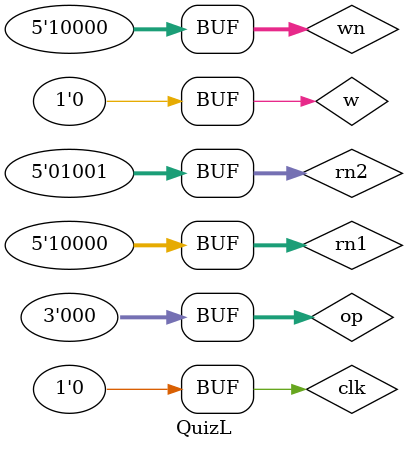
<source format=v>
module QuizL;

reg clk, w; //the control for the Register File
reg [4:0] rn1, rn2, wn; // the register inputs for the Register file
reg [31:0] wd; // the data to be written into a register file
wire [31:0] rd1, rd2; // the outputs of the Register File

reg [2:0] op; // the operation for the ALU
wire [31:0] result; // the result of the ALU
wire zero; // the zero output of the ALU

parameter RFdelay = 2; //how much time does the RF need to be stable
parameter ALUdelay = 4; // -||- ALU -||-

rf myRF(rn1, rn2, clk, w, wn, wd, rd1, rd2);
alu myALU(op, rd1, rd2, result, zero);

initial
begin
     rn1 = 8; // =register $t0
     rn2 = 9; // =register $t1
     op = 0; // =AND
     clk = 0;
     #RFdelay;

     clk = 1;
     w = 1; // write
     wn = 8; // register $t0
     wd = 5; // value 5
     #RFdelay; // wait for the register file to do its thing

     #1 clk = 0;
     clk = 1;
     wn = 9; // register $t1
     wd = 7; // value 7
     #RFdelay; // wait for the register file to do its thing

     w=0;
     clk=0;
     #ALUdelay; // wait for the ALU to finish the thing

     w = 1;
     clk = 1;
     wn = 16; // register $s0
     wd = result;
     #RFdelay; // wait for the register file to do its thing

     w=0;
     clk=0;
     rn1 = 16; //=$s0
     #RFdelay; // wait for the register file to do its thing

     if (rd1 == (7&5)) $display("Yey! Correct!");
     else $display("Booo! Incorrect!");
end



endmodule

</source>
